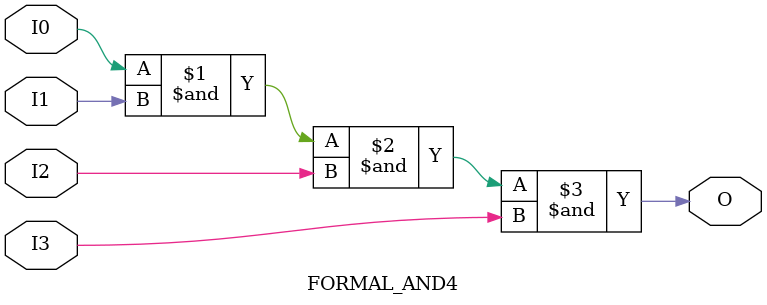
<source format=v>

`timescale 1 ps/1 ps

`celldefine

module FORMAL_AND4 (O, I0, I1, I2, I3);

  output O;
  input I0, I1, I2, I3;

  and (O, I0, I1, I2, I3);

endmodule

`endcelldefine

</source>
